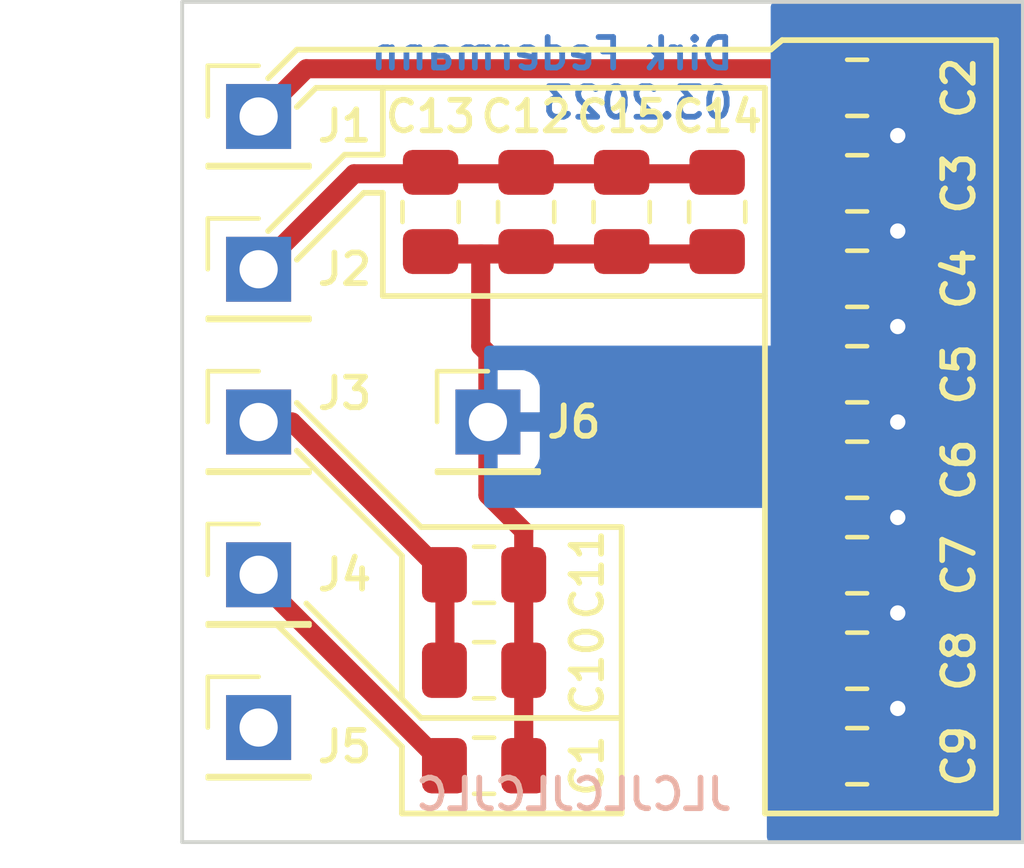
<source format=kicad_pcb>
(kicad_pcb (version 20221018) (generator pcbnew)
  (layers (0 "F.Cu" signal) (31 "B.Cu" signal) (34 "B.Paste" user) (35 "F.Paste" user) (36 "B.SilkS" user "B.Silkscreen") (37 "F.SilkS" user "F.Silkscreen") (38 "B.Mask" user) (39 "F.Mask" user) (44 "Edge.Cuts" user))
  (net 0 "")
  (net 1 "/1")
  (net 2 "Net-(C1-Pad2)")
  (net 3 "/8")
  (net 4 "/2")
  (net 5 "/4")
  (footprint "Capacitor_SMD:C_0805_2012Metric_Pad1.18x1.45mm_HandSolder" (layer "F.Cu") (at 118.6625 119.75)
    (fp_text reference "C9" (at 2.6625 0 90) (layer "F.SilkS") (effects (font (size 0.8 0.8))))
    (fp_text value "C")
    (fp_line (start -0.261252 -0.735) (end 0.261252 -0.735) (stroke (width 0.12)) (layer "F.SilkS"))
    (fp_line (start -0.261252 0.735) (end 0.261252 0.735) (stroke (width 0.12)) (layer "F.SilkS"))
    (pad "1" smd roundrect (at -1.0375 0) (size 1.175 1.45) (layers "F.Cu" "F.Paste" "F.Mask") (roundrect_rratio 0.2127659574) (net 3 "/8"))
    (pad "2" smd roundrect (at 1.0375 0) (size 1.175 1.45) (layers "F.Cu" "F.Paste" "F.Mask") (roundrect_rratio 0.2127659574) (net 2 "Net-(C1-Pad2)"))
  )
  (footprint "Capacitor_SMD:C_0805_2012Metric_Pad1.18x1.45mm_HandSolder" (layer "F.Cu") (at 118.6625 117.25)
    (fp_text reference "C8" (at 2.6625 0 90) (layer "F.SilkS") (effects (font (size 0.8 0.8))))
    (fp_text value "C")
    (fp_line (start -0.261252 -0.735) (end 0.261252 -0.735) (stroke (width 0.12)) (layer "F.SilkS"))
    (fp_line (start -0.261252 0.735) (end 0.261252 0.735) (stroke (width 0.12)) (layer "F.SilkS"))
    (pad "1" smd roundrect (at -1.0375 0) (size 1.175 1.45) (layers "F.Cu" "F.Paste" "F.Mask") (roundrect_rratio 0.2127659574) (net 3 "/8"))
    (pad "2" smd roundrect (at 1.0375 0) (size 1.175 1.45) (layers "F.Cu" "F.Paste" "F.Mask") (roundrect_rratio 0.2127659574) (net 2 "Net-(C1-Pad2)"))
  )
  (footprint "Capacitor_SMD:C_0805_2012Metric_Pad1.18x1.45mm_HandSolder" (layer "F.Cu") (at 110 105.5 -90)
    (fp_text reference "C12" (at -2.5 0) (layer "F.SilkS") (effects (font (size 0.8 0.8))))
    (fp_text value "C")
    (fp_line (start -0.261252 -0.735) (end 0.261252 -0.735) (stroke (width 0.12)) (layer "F.SilkS"))
    (fp_line (start -0.261252 0.735) (end 0.261252 0.735) (stroke (width 0.12)) (layer "F.SilkS"))
    (pad "1" smd roundrect (at -1.0375 0 270) (size 1.175 1.45) (layers "F.Cu" "F.Paste" "F.Mask") (roundrect_rratio 0.2127659574) (net 5 "/4"))
    (pad "2" smd roundrect (at 1.0375 0 270) (size 1.175 1.45) (layers "F.Cu" "F.Paste" "F.Mask") (roundrect_rratio 0.2127659574) (net 2 "Net-(C1-Pad2)"))
  )
  (footprint "Connector_PinHeader_2.54mm:PinHeader_1x01_P2.54mm_Vertical" (layer "F.Cu") (at 103 115)
    (fp_text reference "J4" (at 2.25 0) (layer "F.SilkS") (effects (font (size 0.8 0.8))))
    (fp_text value "Conn_01x01_Male")
    (fp_line (start -1.33 -1.33) (end 0 -1.33) (stroke (width 0.12)) (layer "F.SilkS"))
    (fp_line (start -1.33 0) (end -1.33 -1.33) (stroke (width 0.12)) (layer "F.SilkS"))
    (fp_line (start -1.33 1.27) (end -1.33 1.33) (stroke (width 0.12)) (layer "F.SilkS"))
    (fp_line (start -1.33 1.27) (end 1.33 1.27) (stroke (width 0.12)) (layer "F.SilkS"))
    (fp_line (start -1.33 1.33) (end 1.33 1.33) (stroke (width 0.12)) (layer "F.SilkS"))
    (fp_line (start 1.33 1.27) (end 1.33 1.33) (stroke (width 0.12)) (layer "F.SilkS"))
    (pad "1" thru_hole rect (at 0 0) (size 1.7 1.7) (drill 1) (layers "*.Cu" "*.Mask") (net 1 "/1"))
  )
  (footprint "Connector_PinHeader_2.54mm:PinHeader_1x01_P2.54mm_Vertical" (layer "F.Cu") (at 103 119)
    (fp_text reference "J5" (at 2.25 0.5) (layer "F.SilkS") (effects (font (size 0.8 0.8))))
    (fp_text value "Conn_01x01_Male")
    (fp_line (start -1.33 -1.33) (end 0 -1.33) (stroke (width 0.12)) (layer "F.SilkS"))
    (fp_line (start -1.33 0) (end -1.33 -1.33) (stroke (width 0.12)) (layer "F.SilkS"))
    (fp_line (start -1.33 1.27) (end -1.33 1.33) (stroke (width 0.12)) (layer "F.SilkS"))
    (fp_line (start -1.33 1.27) (end 1.33 1.27) (stroke (width 0.12)) (layer "F.SilkS"))
    (fp_line (start -1.33 1.33) (end 1.33 1.33) (stroke (width 0.12)) (layer "F.SilkS"))
    (fp_line (start 1.33 1.27) (end 1.33 1.33) (stroke (width 0.12)) (layer "F.SilkS"))
    (pad "1" thru_hole rect (at 0 0) (size 1.7 1.7) (drill 1) (layers "*.Cu" "*.Mask"))
  )
  (footprint "Capacitor_SMD:C_0805_2012Metric_Pad1.18x1.45mm_HandSolder" (layer "F.Cu") (at 112.5 105.5 -90)
    (fp_text reference "C15" (at -2.5 0 180) (layer "F.SilkS") (effects (font (size 0.8 0.8))))
    (fp_text value "C")
    (fp_line (start -0.261252 -0.735) (end 0.261252 -0.735) (stroke (width 0.12)) (layer "F.SilkS"))
    (fp_line (start -0.261252 0.735) (end 0.261252 0.735) (stroke (width 0.12)) (layer "F.SilkS"))
    (pad "1" smd roundrect (at -1.0375 0 270) (size 1.175 1.45) (layers "F.Cu" "F.Paste" "F.Mask") (roundrect_rratio 0.2127659574) (net 5 "/4"))
    (pad "2" smd roundrect (at 1.0375 0 270) (size 1.175 1.45) (layers "F.Cu" "F.Paste" "F.Mask") (roundrect_rratio 0.2127659574) (net 2 "Net-(C1-Pad2)"))
  )
  (footprint "Capacitor_SMD:C_0805_2012Metric_Pad1.18x1.45mm_HandSolder" (layer "F.Cu") (at 107.5 105.5 -90)
    (fp_text reference "C13" (at -2.5 0 180) (layer "F.SilkS") (effects (font (size 0.8 0.8))))
    (fp_text value "C")
    (fp_line (start -0.261252 -0.735) (end 0.261252 -0.735) (stroke (width 0.12)) (layer "F.SilkS"))
    (fp_line (start -0.261252 0.735) (end 0.261252 0.735) (stroke (width 0.12)) (layer "F.SilkS"))
    (pad "1" smd roundrect (at -1.0375 0 270) (size 1.175 1.45) (layers "F.Cu" "F.Paste" "F.Mask") (roundrect_rratio 0.2127659574) (net 5 "/4"))
    (pad "2" smd roundrect (at 1.0375 0 270) (size 1.175 1.45) (layers "F.Cu" "F.Paste" "F.Mask") (roundrect_rratio 0.2127659574) (net 2 "Net-(C1-Pad2)"))
  )
  (footprint "Connector_PinHeader_2.54mm:PinHeader_1x01_P2.54mm_Vertical" (layer "F.Cu") (at 103 103)
    (fp_text reference "J1" (at 2.25 0.25) (layer "F.SilkS") (effects (font (size 0.8 0.8))))
    (fp_text value "Conn_01x01_Male")
    (fp_line (start -1.33 -1.33) (end 0 -1.33) (stroke (width 0.12)) (layer "F.SilkS"))
    (fp_line (start -1.33 0) (end -1.33 -1.33) (stroke (width 0.12)) (layer "F.SilkS"))
    (fp_line (start -1.33 1.27) (end -1.33 1.33) (stroke (width 0.12)) (layer "F.SilkS"))
    (fp_line (start -1.33 1.27) (end 1.33 1.27) (stroke (width 0.12)) (layer "F.SilkS"))
    (fp_line (start -1.33 1.33) (end 1.33 1.33) (stroke (width 0.12)) (layer "F.SilkS"))
    (fp_line (start 1.33 1.27) (end 1.33 1.33) (stroke (width 0.12)) (layer "F.SilkS"))
    (pad "1" thru_hole rect (at 0 0) (size 1.7 1.7) (drill 1) (layers "*.Cu" "*.Mask") (net 3 "/8"))
  )
  (footprint "Connector_PinHeader_2.54mm:PinHeader_1x01_P2.54mm_Vertical" (layer "F.Cu") (at 109 111)
    (fp_text reference "J6" (at 2.25 0) (layer "F.SilkS") (effects (font (size 0.8 0.8))))
    (fp_text value "Conn_01x01_Male")
    (fp_line (start -1.33 -1.33) (end 0 -1.33) (stroke (width 0.12)) (layer "F.SilkS"))
    (fp_line (start -1.33 0) (end -1.33 -1.33) (stroke (width 0.12)) (layer "F.SilkS"))
    (fp_line (start -1.33 1.27) (end -1.33 1.33) (stroke (width 0.12)) (layer "F.SilkS"))
    (fp_line (start -1.33 1.27) (end 1.33 1.27) (stroke (width 0.12)) (layer "F.SilkS"))
    (fp_line (start -1.33 1.33) (end 1.33 1.33) (stroke (width 0.12)) (layer "F.SilkS"))
    (fp_line (start 1.33 1.27) (end 1.33 1.33) (stroke (width 0.12)) (layer "F.SilkS"))
    (pad "1" thru_hole rect (at 0 0) (size 1.7 1.7) (drill 1) (layers "*.Cu" "*.Mask") (net 2 "Net-(C1-Pad2)"))
  )
  (footprint "Capacitor_SMD:C_0805_2012Metric_Pad1.18x1.45mm_HandSolder" (layer "F.Cu") (at 108.9 117.5)
    (fp_text reference "C10" (at 2.7 0 90) (layer "F.SilkS") (effects (font (size 0.8 0.8))))
    (fp_text value "C")
    (fp_line (start -0.261252 -0.735) (end 0.261252 -0.735) (stroke (width 0.12)) (layer "F.SilkS"))
    (fp_line (start -0.261252 0.735) (end 0.261252 0.735) (stroke (width 0.12)) (layer "F.SilkS"))
    (pad "1" smd roundrect (at -1.0375 0) (size 1.175 1.45) (layers "F.Cu" "F.Paste" "F.Mask") (roundrect_rratio 0.2127659574) (net 4 "/2"))
    (pad "2" smd roundrect (at 1.0375 0) (size 1.175 1.45) (layers "F.Cu" "F.Paste" "F.Mask") (roundrect_rratio 0.2127659574) (net 2 "Net-(C1-Pad2)"))
  )
  (footprint "Capacitor_SMD:C_0805_2012Metric_Pad1.18x1.45mm_HandSolder" (layer "F.Cu") (at 115 105.5 -90)
    (fp_text reference "C14" (at -2.5 0 180) (layer "F.SilkS") (effects (font (size 0.8 0.8))))
    (fp_text value "C")
    (fp_line (start -0.261252 -0.735) (end 0.261252 -0.735) (stroke (width 0.12)) (layer "F.SilkS"))
    (fp_line (start -0.261252 0.735) (end 0.261252 0.735) (stroke (width 0.12)) (layer "F.SilkS"))
    (pad "1" smd roundrect (at -1.0375 0 270) (size 1.175 1.45) (layers "F.Cu" "F.Paste" "F.Mask") (roundrect_rratio 0.2127659574) (net 5 "/4"))
    (pad "2" smd roundrect (at 1.0375 0 270) (size 1.175 1.45) (layers "F.Cu" "F.Paste" "F.Mask") (roundrect_rratio 0.2127659574) (net 2 "Net-(C1-Pad2)"))
  )
  (footprint "Capacitor_SMD:C_0805_2012Metric_Pad1.18x1.45mm_HandSolder" (layer "F.Cu") (at 118.6625 114.75)
    (fp_text reference "C7" (at 2.6625 0 90) (layer "F.SilkS") (effects (font (size 0.8 0.8))))
    (fp_text value "C")
    (fp_line (start -0.261252 -0.735) (end 0.261252 -0.735) (stroke (width 0.12)) (layer "F.SilkS"))
    (fp_line (start -0.261252 0.735) (end 0.261252 0.735) (stroke (width 0.12)) (layer "F.SilkS"))
    (pad "1" smd roundrect (at -1.0375 0) (size 1.175 1.45) (layers "F.Cu" "F.Paste" "F.Mask") (roundrect_rratio 0.2127659574) (net 3 "/8"))
    (pad "2" smd roundrect (at 1.0375 0) (size 1.175 1.45) (layers "F.Cu" "F.Paste" "F.Mask") (roundrect_rratio 0.2127659574) (net 2 "Net-(C1-Pad2)"))
  )
  (footprint "Capacitor_SMD:C_0805_2012Metric_Pad1.18x1.45mm_HandSolder" (layer "F.Cu") (at 118.6625 104.75)
    (fp_text reference "C3" (at 2.6625 0 90) (layer "F.SilkS") (effects (font (size 0.8 0.8))))
    (fp_text value "C")
    (fp_line (start -0.261252 -0.735) (end 0.261252 -0.735) (stroke (width 0.12)) (layer "F.SilkS"))
    (fp_line (start -0.261252 0.735) (end 0.261252 0.735) (stroke (width 0.12)) (layer "F.SilkS"))
    (pad "1" smd roundrect (at -1.0375 0) (size 1.175 1.45) (layers "F.Cu" "F.Paste" "F.Mask") (roundrect_rratio 0.2127659574) (net 3 "/8"))
    (pad "2" smd roundrect (at 1.0375 0) (size 1.175 1.45) (layers "F.Cu" "F.Paste" "F.Mask") (roundrect_rratio 0.2127659574) (net 2 "Net-(C1-Pad2)"))
  )
  (footprint "Connector_PinHeader_2.54mm:PinHeader_1x01_P2.54mm_Vertical" (layer "F.Cu") (at 103 111)
    (fp_text reference "J3" (at 2.25 -0.75) (layer "F.SilkS") (effects (font (size 0.8 0.8))))
    (fp_text value "Conn_01x01_Male")
    (fp_line (start -1.33 -1.33) (end 0 -1.33) (stroke (width 0.12)) (layer "F.SilkS"))
    (fp_line (start -1.33 0) (end -1.33 -1.33) (stroke (width 0.12)) (layer "F.SilkS"))
    (fp_line (start -1.33 1.27) (end -1.33 1.33) (stroke (width 0.12)) (layer "F.SilkS"))
    (fp_line (start -1.33 1.27) (end 1.33 1.27) (stroke (width 0.12)) (layer "F.SilkS"))
    (fp_line (start -1.33 1.33) (end 1.33 1.33) (stroke (width 0.12)) (layer "F.SilkS"))
    (fp_line (start 1.33 1.27) (end 1.33 1.33) (stroke (width 0.12)) (layer "F.SilkS"))
    (pad "1" thru_hole rect (at 0 0) (size 1.7 1.7) (drill 1) (layers "*.Cu" "*.Mask") (net 4 "/2"))
  )
  (footprint "Capacitor_SMD:C_0805_2012Metric_Pad1.18x1.45mm_HandSolder" (layer "F.Cu") (at 118.6625 107.25)
    (fp_text reference "C4" (at 2.6625 0 90) (layer "F.SilkS") (effects (font (size 0.8 0.8))))
    (fp_text value "C")
    (fp_line (start -0.261252 -0.735) (end 0.261252 -0.735) (stroke (width 0.12)) (layer "F.SilkS"))
    (fp_line (start -0.261252 0.735) (end 0.261252 0.735) (stroke (width 0.12)) (layer "F.SilkS"))
    (pad "1" smd roundrect (at -1.0375 0) (size 1.175 1.45) (layers "F.Cu" "F.Paste" "F.Mask") (roundrect_rratio 0.2127659574) (net 3 "/8"))
    (pad "2" smd roundrect (at 1.0375 0) (size 1.175 1.45) (layers "F.Cu" "F.Paste" "F.Mask") (roundrect_rratio 0.2127659574) (net 2 "Net-(C1-Pad2)"))
  )
  (footprint "Capacitor_SMD:C_0805_2012Metric_Pad1.18x1.45mm_HandSolder" (layer "F.Cu") (at 118.6625 102.25)
    (fp_text reference "C2" (at 2.6625 0 90) (layer "F.SilkS") (effects (font (size 0.8 0.8))))
    (fp_text value "C")
    (fp_line (start -0.261252 -0.735) (end 0.261252 -0.735) (stroke (width 0.12)) (layer "F.SilkS"))
    (fp_line (start -0.261252 0.735) (end 0.261252 0.735) (stroke (width 0.12)) (layer "F.SilkS"))
    (pad "1" smd roundrect (at -1.0375 0) (size 1.175 1.45) (layers "F.Cu" "F.Paste" "F.Mask") (roundrect_rratio 0.2127659574) (net 3 "/8"))
    (pad "2" smd roundrect (at 1.0375 0) (size 1.175 1.45) (layers "F.Cu" "F.Paste" "F.Mask") (roundrect_rratio 0.2127659574) (net 2 "Net-(C1-Pad2)"))
  )
  (footprint "Capacitor_SMD:C_0805_2012Metric_Pad1.18x1.45mm_HandSolder" (layer "F.Cu") (at 118.6625 112.25)
    (fp_text reference "C6" (at 2.6625 0 90) (layer "F.SilkS") (effects (font (size 0.8 0.8))))
    (fp_text value "C")
    (fp_line (start -0.261252 -0.735) (end 0.261252 -0.735) (stroke (width 0.12)) (layer "F.SilkS"))
    (fp_line (start -0.261252 0.735) (end 0.261252 0.735) (stroke (width 0.12)) (layer "F.SilkS"))
    (pad "1" smd roundrect (at -1.0375 0) (size 1.175 1.45) (layers "F.Cu" "F.Paste" "F.Mask") (roundrect_rratio 0.2127659574) (net 3 "/8"))
    (pad "2" smd roundrect (at 1.0375 0) (size 1.175 1.45) (layers "F.Cu" "F.Paste" "F.Mask") (roundrect_rratio 0.2127659574) (net 2 "Net-(C1-Pad2)"))
  )
  (footprint "Capacitor_SMD:C_0805_2012Metric_Pad1.18x1.45mm_HandSolder" (layer "F.Cu") (at 108.9 115)
    (fp_text reference "C11" (at 2.7 0 90) (layer "F.SilkS") (effects (font (size 0.8 0.8))))
    (fp_text value "C")
    (fp_line (start -0.261252 -0.735) (end 0.261252 -0.735) (stroke (width 0.12)) (layer "F.SilkS"))
    (fp_line (start -0.261252 0.735) (end 0.261252 0.735) (stroke (width 0.12)) (layer "F.SilkS"))
    (pad "1" smd roundrect (at -1.0375 0) (size 1.175 1.45) (layers "F.Cu" "F.Paste" "F.Mask") (roundrect_rratio 0.2127659574) (net 4 "/2"))
    (pad "2" smd roundrect (at 1.0375 0) (size 1.175 1.45) (layers "F.Cu" "F.Paste" "F.Mask") (roundrect_rratio 0.2127659574) (net 2 "Net-(C1-Pad2)"))
  )
  (footprint "Connector_PinHeader_2.54mm:PinHeader_1x01_P2.54mm_Vertical" (layer "F.Cu") (at 103 107)
    (fp_text reference "J2" (at 2.25 0) (layer "F.SilkS") (effects (font (size 0.8 0.8))))
    (fp_text value "Conn_01x01_Male")
    (fp_line (start -1.33 -1.33) (end 0 -1.33) (stroke (width 0.12)) (layer "F.SilkS"))
    (fp_line (start -1.33 0) (end -1.33 -1.33) (stroke (width 0.12)) (layer "F.SilkS"))
    (fp_line (start -1.33 1.27) (end -1.33 1.33) (stroke (width 0.12)) (layer "F.SilkS"))
    (fp_line (start -1.33 1.27) (end 1.33 1.27) (stroke (width 0.12)) (layer "F.SilkS"))
    (fp_line (start -1.33 1.33) (end 1.33 1.33) (stroke (width 0.12)) (layer "F.SilkS"))
    (fp_line (start 1.33 1.27) (end 1.33 1.33) (stroke (width 0.12)) (layer "F.SilkS"))
    (pad "1" thru_hole rect (at 0 0) (size 1.7 1.7) (drill 1) (layers "*.Cu" "*.Mask") (net 5 "/4"))
  )
  (footprint "Capacitor_SMD:C_0805_2012Metric_Pad1.18x1.45mm_HandSolder" (layer "F.Cu") (at 118.6625 109.75)
    (fp_text reference "C5" (at 2.6625 0 90) (layer "F.SilkS") (effects (font (size 0.8 0.8))))
    (fp_text value "C")
    (fp_line (start -0.261252 -0.735) (end 0.261252 -0.735) (stroke (width 0.12)) (layer "F.SilkS"))
    (fp_line (start -0.261252 0.735) (end 0.261252 0.735) (stroke (width 0.12)) (layer "F.SilkS"))
    (pad "1" smd roundrect (at -1.0375 0) (size 1.175 1.45) (layers "F.Cu" "F.Paste" "F.Mask") (roundrect_rratio 0.2127659574) (net 3 "/8"))
    (pad "2" smd roundrect (at 1.0375 0) (size 1.175 1.45) (layers "F.Cu" "F.Paste" "F.Mask") (roundrect_rratio 0.2127659574) (net 2 "Net-(C1-Pad2)"))
  )
  (footprint "Capacitor_SMD:C_0805_2012Metric_Pad1.18x1.45mm_HandSolder" (layer "F.Cu") (at 108.9 120)
    (fp_text reference "C1" (at 2.7 0 90) (layer "F.SilkS") (effects (font (size 0.8 0.8))))
    (fp_text value "C")
    (fp_line (start -0.261252 -0.735) (end 0.261252 -0.735) (stroke (width 0.12)) (layer "F.SilkS"))
    (fp_line (start -0.261252 0.735) (end 0.261252 0.735) (stroke (width 0.12)) (layer "F.SilkS"))
    (pad "1" smd roundrect (at -1.0375 0) (size 1.175 1.45) (layers "F.Cu" "F.Paste" "F.Mask") (roundrect_rratio 0.2127659574) (net 1 "/1"))
    (pad "2" smd roundrect (at 1.0375 0) (size 1.175 1.45) (layers "F.Cu" "F.Paste" "F.Mask") (roundrect_rratio 0.2127659574) (net 2 "Net-(C1-Pad2)"))
  )
  (gr_line (start 105.25 104) (end 103.25 106) (stroke (width 0.15)) (layer "F.SilkS"))
  (gr_line (start 122.3 101) (end 116.7 101) (stroke (width 0.15)) (layer "F.SilkS"))
  (gr_line (start 112.5 121.25) (end 106.75 121.25) (stroke (width 0.15)) (layer "F.SilkS"))
  (gr_line (start 116.4 101.25) (end 116.7 101) (stroke (width 0.15)) (layer "F.SilkS"))
  (gr_line (start 107.25 118.75) (end 112.5 118.75) (stroke (width 0.15)) (layer "F.SilkS"))
  (gr_line (start 106.75 114.5) (end 106.75 118.25) (stroke (width 0.15)) (layer "F.SilkS"))
  (gr_line (start 104 101.25) (end 103.25 102) (stroke (width 0.15)) (layer "F.SilkS"))
  (gr_line (start 106.25 104) (end 105.25 104) (stroke (width 0.15)) (layer "F.SilkS"))
  (gr_line (start 106.75 118.25) (end 104.25 115.75) (stroke (width 0.15)) (layer "F.SilkS"))
  (gr_line (start 112.5 118.75) (end 112.5 113.75) (stroke (width 0.15)) (layer "F.SilkS"))
  (gr_line (start 122.3 121.25) (end 116.25 121.25) (stroke (width 0.15)) (layer "F.SilkS"))
  (gr_line (start 106.75 114.5) (end 104 111.75) (stroke (width 0.15)) (layer "F.SilkS"))
  (gr_line (start 106.75 119.5) (end 103.5 116.33) (stroke (width 0.15)) (layer "F.SilkS"))
  (gr_line (start 122.3 101) (end 122.3 121.25) (stroke (width 0.15)) (layer "F.SilkS"))
  (gr_line (start 106.25 105) (end 106.25 107.7) (stroke (width 0.15)) (layer "F.SilkS"))
  (gr_line (start 106.25 102.25) (end 104.5 102.25) (stroke (width 0.15)) (layer "F.SilkS"))
  (gr_line (start 106.75 118.25) (end 107.25 118.75) (stroke (width 0.15)) (layer "F.SilkS"))
  (gr_line (start 106.75 121.25) (end 106.75 119.5) (stroke (width 0.15)) (layer "F.SilkS"))
  (gr_line (start 112.5 113.75) (end 107.25 113.75) (stroke (width 0.15)) (layer "F.SilkS"))
  (gr_line (start 116.25 107.7) (end 106.25 107.7) (stroke (width 0.15)) (layer "F.SilkS"))
  (gr_line (start 107.25 113.75) (end 104 110.5) (stroke (width 0.15)) (layer "F.SilkS"))
  (gr_line (start 116.25 102.25) (end 116.25 121.25) (stroke (width 0.15)) (layer "F.SilkS"))
  (gr_line (start 106.25 102.25) (end 116.25 102.25) (stroke (width 0.15)) (layer "F.SilkS"))
  (gr_line (start 104.5 102.25) (end 104 102.75) (stroke (width 0.15)) (layer "F.SilkS"))
  (gr_line (start 105.75 105) (end 104 106.75) (stroke (width 0.15)) (layer "F.SilkS"))
  (gr_line (start 106.25 104) (end 106.25 102.25) (stroke (width 0.15)) (layer "F.SilkS"))
  (gr_line (start 116.4 101.25) (end 104 101.25) (stroke (width 0.15)) (layer "F.SilkS"))
  (gr_line (start 106.25 105) (end 105.75 105) (stroke (width 0.15)) (layer "F.SilkS"))
  (gr_line (start 112.5 118.75) (end 112.5 121.25) (stroke (width 0.15)) (layer "F.SilkS"))
  (gr_line (start 101 100) (end 123 100) (stroke (width 0.1)) (layer "Edge.Cuts"))
  (gr_line (start 123 100) (end 123 122) (stroke (width 0.1)) (layer "Edge.Cuts"))
  (gr_line (start 123 122) (end 101 122) (stroke (width 0.1)) (layer "Edge.Cuts"))
  (gr_line (start 101 100) (end 101 122) (stroke (width 0.1)) (layer "Edge.Cuts"))
  (gr_text "Dirk Federmann\n03.2023" (at 115.5 102) (layer "B.Cu") (effects (font (size 0.8 0.8)) (justify left mirror)))
  (gr_text "JLCJLCJLCJLC" (at 111.25 120.75) (layer "B.SilkS") (effects (font (size 0.8 0.8)) (justify mirror)))
  (segment (start 107.875 120) (end 103 115.125) (width 0.5) (layer "F.Cu") (net 1))
  (segment (start 103 115.125) (end 103 115) (width 0.5) (layer "F.Cu") (net 1))
  (segment (start 109.9375 113.85) (end 109 112.9125) (width 0.5) (layer "F.Cu") (net 2))
  (segment (start 107.5 106.6) (end 108.8125 106.6) (width 0.5) (layer "F.Cu") (net 2))
  (segment (start 119.7 102.25) (end 119.7 119.75) (width 0.5) (layer "F.Cu") (net 2))
  (segment (start 120.225 109.75) (end 120.275 109.75) (width 0.5) (layer "F.Cu") (net 2))
  (segment (start 108.8125 106.6) (end 108.8125 109.0125) (width 0.5) (layer "F.Cu") (net 2))
  (segment (start 109 112.9125) (end 109 111) (width 0.5) (layer "F.Cu") (net 2))
  (segment (start 109.9375 117.5) (end 109.9375 115) (width 0.5) (layer "F.Cu") (net 2))
  (segment (start 109.9375 120) (end 109.9375 117.5) (width 0.5) (layer "F.Cu") (net 2))
  (segment (start 108.8125 106.6) (end 115 106.6) (width 0.5) (layer "F.Cu") (net 2))
  (segment (start 109 109.2) (end 109 111) (width 0.5) (layer "F.Cu") (net 2))
  (segment (start 109.9375 115) (end 109.9375 113.85) (width 0.5) (layer "F.Cu") (net 2))
  (segment (start 108.8125 109.0125) (end 109 109.2) (width 0.5) (layer "F.Cu") (net 2))
  (via (at 119.725 116) (size 0.8) (drill 0.4) (layers "F.Cu" "B.Cu") (net 2))
  (via (at 119.725 111) (size 0.8) (drill 0.4) (layers "F.Cu" "B.Cu") (net 2))
  (via (at 119.725 106) (size 0.8) (drill 0.4) (layers "F.Cu" "B.Cu") (net 2))
  (via (at 119.725 118.5) (size 0.8) (drill 0.4) (layers "F.Cu" "B.Cu") (net 2))
  (via (at 119.725 103.5) (size 0.8) (drill 0.4) (layers "F.Cu" "B.Cu") (net 2))
  (via (at 119.725 108.5) (size 0.8) (drill 0.4) (layers "F.Cu" "B.Cu") (net 2))
  (via (at 119.725 113.5) (size 0.8) (drill 0.4) (layers "F.Cu" "B.Cu") (net 2))
  (segment (start 117.125 101.75) (end 117.625 102.25) (width 0.5) (layer "F.Cu") (net 3))
  (segment (start 103 103) (end 104.25 101.75) (width 0.5) (layer "F.Cu") (net 3))
  (segment (start 104.25 101.75) (end 117.5 101.75) (width 0.5) (layer "F.Cu") (net 3))
  (segment (start 117.625 102.25) (end 117.625 119.75) (width 0.5) (layer "F.Cu") (net 3))
  (segment (start 107.875 117.5) (end 107.875 115) (width 0.5) (layer "F.Cu") (net 4))
  (segment (start 103.875 111) (end 103 111) (width 0.5) (layer "F.Cu") (net 4))
  (segment (start 107.875 115) (end 103.875 111) (width 0.5) (layer "F.Cu") (net 4))
  (segment (start 105.5 104.5) (end 114.9375 104.5) (width 0.5) (layer "F.Cu") (net 5))
  (segment (start 103 107) (end 103.0875 107) (width 0.5) (layer "F.Cu") (net 5))
  (segment (start 114.9375 104.5) (end 115 104.4375) (width 0.5) (layer "F.Cu") (net 5))
  (segment (start 103 107) (end 105.5 104.5) (width 0.5) (layer "F.Cu") (net 5))
  (zone (net 0) (net_name "") (layer "B.Cu") (connect_pads (clearance 0)) (min_thickness 0.254)
    (keepout (tracks not_allowed) (vias not_allowed) (pads not_allowed) (copperpour not_allowed) (footprints allowed))
    (fill (thermal_gap 0.508) (thermal_bridge_width 0.508))
    (polygon (pts (xy 116.4 109) (xy 108.9 109) (xy 108.9 113.25) (xy 116.3 113.25) (xy 116.3 122) (xy 101 122) (xy 101 100) (xy 116.4 100)))
  )
  (zone (net 2) (net_name "Net-(C1-Pad2)") (layer "B.Cu") (connect_pads (clearance 0.508)) (min_thickness 0.254) (fill yes (thermal_gap 0.508) (thermal_bridge_width 0.508))
    (polygon (pts (xy 123 122) (xy 101 122) (xy 101 100) (xy 123 100)))
  )
)
</source>
